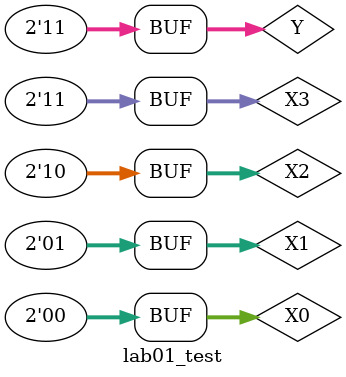
<source format=v>
`timescale 10 ns / 1ps


module lab01_test(

    );
    reg [1:0] X0;
    reg [1:0] X1;
    reg [1:0] X2;
    reg [1:0] X3;
    reg [1:0] Y;
    wire F;
    
    lab01 i1(
            .X0(X0),
            .X1(X1),
            .X2(X2),
            .X3(X3),
            .Y(Y));
    initial begin
        X0 = 2'b00; X1 = 2'b01; X2 = 2'b10; X3 = 2'b11; Y = 2'b00; #10;
       // Y = 2'b00; #10;
        Y = 2'b01; #10;
        Y = 2'b10; #10;
        Y = 2'b11; #10;
        $display("Running testbench");
        end
endmodule

</source>
